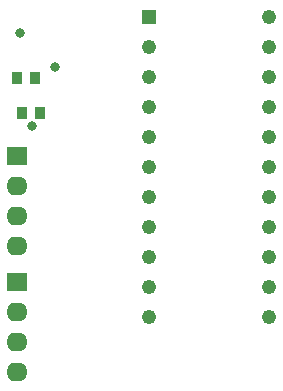
<source format=gbr>
%TF.GenerationSoftware,KiCad,Pcbnew,(5.1.8)-1*%
%TF.CreationDate,2021-05-23T21:47:53+08:00*%
%TF.ProjectId,only_ccd,6f6e6c79-5f63-4636-942e-6b696361645f,rev?*%
%TF.SameCoordinates,Original*%
%TF.FileFunction,Soldermask,Bot*%
%TF.FilePolarity,Negative*%
%FSLAX46Y46*%
G04 Gerber Fmt 4.6, Leading zero omitted, Abs format (unit mm)*
G04 Created by KiCad (PCBNEW (5.1.8)-1) date 2021-05-23 21:47:53*
%MOMM*%
%LPD*%
G01*
G04 APERTURE LIST*
%ADD10R,1.800000X1.600000*%
%ADD11O,1.800000X1.600000*%
%ADD12R,0.930000X0.980000*%
%ADD13R,1.220000X1.220000*%
%ADD14C,1.220000*%
%ADD15C,0.800000*%
G04 APERTURE END LIST*
D10*
%TO.C,J2*%
X113538000Y-102235000D03*
D11*
X113538000Y-104775000D03*
X113538000Y-107315000D03*
X113538000Y-109855000D03*
%TD*%
D12*
%TO.C,R7*%
X113530000Y-95631000D03*
X115070000Y-95631000D03*
%TD*%
%TO.C,R5*%
X115451000Y-98552000D03*
X113911000Y-98552000D03*
%TD*%
D10*
%TO.C,J1*%
X113538000Y-112903000D03*
D11*
X113538000Y-115443000D03*
X113538000Y-117983000D03*
X113538000Y-120523000D03*
%TD*%
D13*
%TO.C,IC1*%
X124714000Y-90424000D03*
D14*
X124714000Y-92964000D03*
X124714000Y-95504000D03*
X124714000Y-98044000D03*
X124714000Y-100584000D03*
X124714000Y-103124000D03*
X124714000Y-105664000D03*
X124714000Y-108204000D03*
X124714000Y-110744000D03*
X124714000Y-113284000D03*
X124714000Y-115824000D03*
X134874000Y-115824000D03*
X134874000Y-113284000D03*
X134874000Y-110744000D03*
X134874000Y-108204000D03*
X134874000Y-105664000D03*
X134874000Y-103124000D03*
X134874000Y-100584000D03*
X134874000Y-98044000D03*
X134874000Y-95504000D03*
X134874000Y-92964000D03*
X134874000Y-90424000D03*
%TD*%
D15*
X113784000Y-91821000D03*
X114770800Y-99664200D03*
X116713000Y-94679700D03*
M02*

</source>
